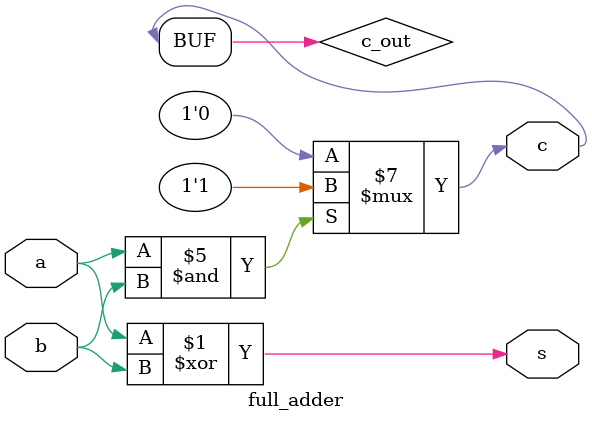
<source format=v>
module full_adder(   //1bit
    input a,
    input b,
    output s,
    output c
);
reg c_out;

assign s = a^b;
assign c = c_out;

always @(*) begin
    if((a == 1'b1)&(b == 1'b1))
    c_out = 1'b1;
    else
    c_out = 1'b0;
end

endmodule
</source>
